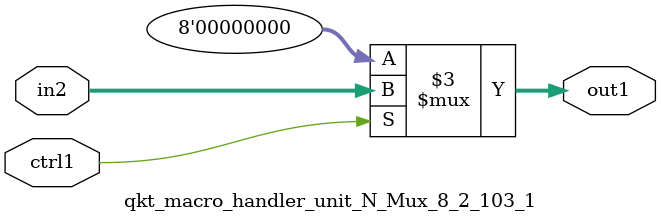
<source format=v>

`timescale 1ps / 1ps


module qkt_macro_handler_unit_N_Mux_8_2_103_1( in2, ctrl1, out1 );

    input [7:0] in2;
    input ctrl1;
    output [7:0] out1;
    reg [7:0] out1;

    
    // rtl_process:qkt_macro_handler_unit_N_Mux_8_2_103_1/qkt_macro_handler_unit_N_Mux_8_2_103_1_thread_1
    always @*
      begin : qkt_macro_handler_unit_N_Mux_8_2_103_1_thread_1
        case (ctrl1) 
          1'b1: 
            begin
              out1 = in2;
            end
          default: 
            begin
              out1 = 8'd000;
            end
        endcase
      end

endmodule


</source>
